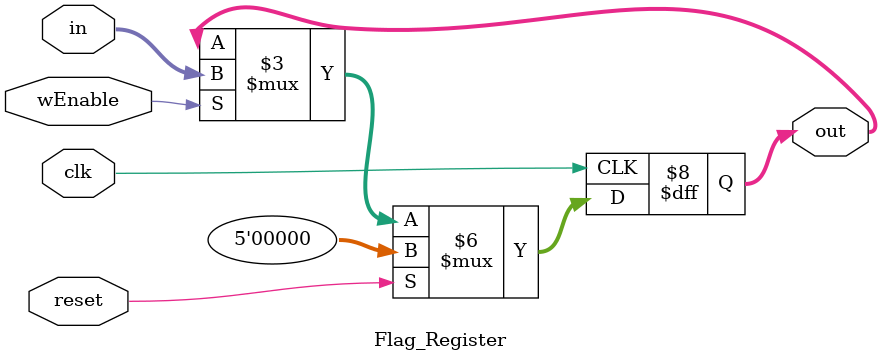
<source format=v>
`timescale 1ns / 1ps
module RegFile(in, Flags_in, reg0, reg1, reg2, reg3, reg4, reg5, reg6, reg7, 
					reg8, reg9,	reg10, reg11, reg12, reg13, reg14, reg15, Flags_out,
					regEnable, clk, reset, Flags_enable);
					
	input clk, reset, Flags_enable;
	input [4:0]  Flags_in;
	input [15:0] in, regEnable;
	output[4:0]  Flags_out;
	output[15:0] reg0, reg1, reg2, reg3, reg4, reg5, reg6, reg7, reg8, reg9,
					 reg10, reg11, reg12, reg13, reg14, reg15;
	
Register Reg0(in, regEnable[0], reset, clk, reg0);
Register Reg1(in, regEnable[1], reset, clk, reg1);
Register Reg2(in, regEnable[2], reset, clk, reg2);
Register Reg3(in, regEnable[3], reset, clk, reg3);
Register Reg4(in, regEnable[4], reset, clk, reg4);
Register Reg5(in, regEnable[5], reset, clk, reg5);
Register Reg6(in, regEnable[6], reset, clk, reg6);
Register Reg7(in, regEnable[7], reset, clk, reg7);
Register Reg8(in, regEnable[8], reset, clk, reg8);
Register Reg9(in, regEnable[9], reset, clk, reg9);
Register Reg10(in, regEnable[10], reset, clk, reg10);
Register Reg11(in, regEnable[11], reset, clk, reg11);
Register Reg12(in, regEnable[12], reset, clk, reg12);
Register Reg13(in, regEnable[13], reset, clk, reg13);
Register Reg14(in, regEnable[14], reset, clk, reg14);
Register Reg15(in, regEnable[15], reset, clk, reg15);
Flag_Register Flags(Flags_in, Flags_enable, reset, clk, Flags_out);

endmodule


module Register(in, wEnable, reset, clk, out
    );
	 
	 input[15:0] in;
	 input clk, wEnable, reset;
	 output [15:0] out;
	 reg[15:0] out;
 
 always @( posedge clk )
	begin
		if (reset) out <= 16'b0;
		else if (wEnable == 1'b1)out <= in;
	end
endmodule

module Flag_Register(in, wEnable, reset, clk, out
    );
	 
	 input[4:0] in;
	 input wEnable, reset, clk;
	 output [4:0] out;
	 reg[4:0] out;
	 
	 
 always @( posedge clk )
	begin
		if (reset) out <= 5'b0;
		else if (wEnable == 1'b1) out <= in;			
	end
endmodule

</source>
